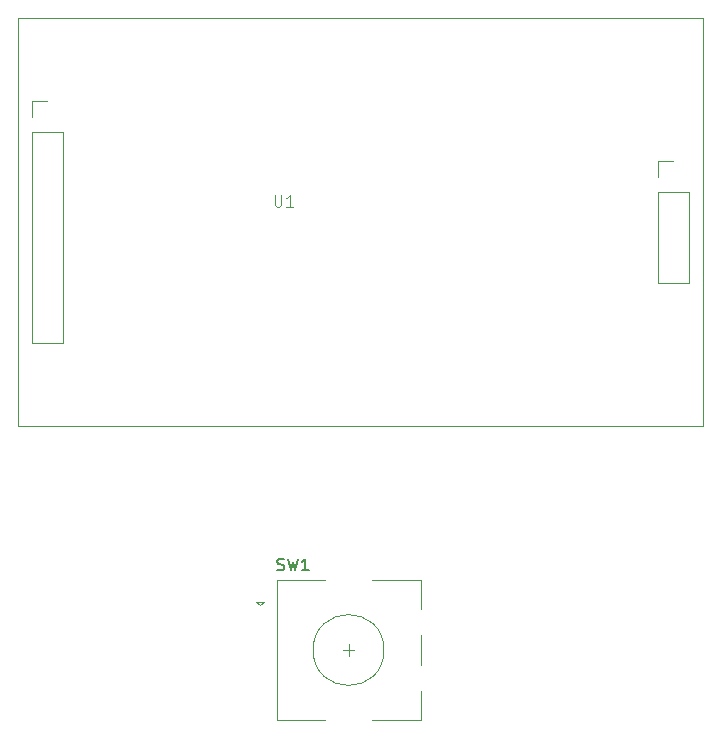
<source format=gbr>
%TF.GenerationSoftware,KiCad,Pcbnew,8.0.7-8.0.7-0~ubuntu22.04.1*%
%TF.CreationDate,2024-12-11T16:36:01+08:00*%
%TF.ProjectId,SmartClock,536d6172-7443-46c6-9f63-6b2e6b696361,rev?*%
%TF.SameCoordinates,Original*%
%TF.FileFunction,Legend,Top*%
%TF.FilePolarity,Positive*%
%FSLAX46Y46*%
G04 Gerber Fmt 4.6, Leading zero omitted, Abs format (unit mm)*
G04 Created by KiCad (PCBNEW 8.0.7-8.0.7-0~ubuntu22.04.1) date 2024-12-11 16:36:01*
%MOMM*%
%LPD*%
G01*
G04 APERTURE LIST*
%ADD10C,0.100000*%
%ADD11C,0.150000*%
%ADD12C,0.120000*%
G04 APERTURE END LIST*
D10*
X121728095Y-74457419D02*
X121728095Y-75266942D01*
X121728095Y-75266942D02*
X121775714Y-75362180D01*
X121775714Y-75362180D02*
X121823333Y-75409800D01*
X121823333Y-75409800D02*
X121918571Y-75457419D01*
X121918571Y-75457419D02*
X122109047Y-75457419D01*
X122109047Y-75457419D02*
X122204285Y-75409800D01*
X122204285Y-75409800D02*
X122251904Y-75362180D01*
X122251904Y-75362180D02*
X122299523Y-75266942D01*
X122299523Y-75266942D02*
X122299523Y-74457419D01*
X123299523Y-75457419D02*
X122728095Y-75457419D01*
X123013809Y-75457419D02*
X123013809Y-74457419D01*
X123013809Y-74457419D02*
X122918571Y-74600276D01*
X122918571Y-74600276D02*
X122823333Y-74695514D01*
X122823333Y-74695514D02*
X122728095Y-74743133D01*
D11*
X121966667Y-106207200D02*
X122109524Y-106254819D01*
X122109524Y-106254819D02*
X122347619Y-106254819D01*
X122347619Y-106254819D02*
X122442857Y-106207200D01*
X122442857Y-106207200D02*
X122490476Y-106159580D01*
X122490476Y-106159580D02*
X122538095Y-106064342D01*
X122538095Y-106064342D02*
X122538095Y-105969104D01*
X122538095Y-105969104D02*
X122490476Y-105873866D01*
X122490476Y-105873866D02*
X122442857Y-105826247D01*
X122442857Y-105826247D02*
X122347619Y-105778628D01*
X122347619Y-105778628D02*
X122157143Y-105731009D01*
X122157143Y-105731009D02*
X122061905Y-105683390D01*
X122061905Y-105683390D02*
X122014286Y-105635771D01*
X122014286Y-105635771D02*
X121966667Y-105540533D01*
X121966667Y-105540533D02*
X121966667Y-105445295D01*
X121966667Y-105445295D02*
X122014286Y-105350057D01*
X122014286Y-105350057D02*
X122061905Y-105302438D01*
X122061905Y-105302438D02*
X122157143Y-105254819D01*
X122157143Y-105254819D02*
X122395238Y-105254819D01*
X122395238Y-105254819D02*
X122538095Y-105302438D01*
X122871429Y-105254819D02*
X123109524Y-106254819D01*
X123109524Y-106254819D02*
X123300000Y-105540533D01*
X123300000Y-105540533D02*
X123490476Y-106254819D01*
X123490476Y-106254819D02*
X123728572Y-105254819D01*
X124633333Y-106254819D02*
X124061905Y-106254819D01*
X124347619Y-106254819D02*
X124347619Y-105254819D01*
X124347619Y-105254819D02*
X124252381Y-105397676D01*
X124252381Y-105397676D02*
X124157143Y-105492914D01*
X124157143Y-105492914D02*
X124061905Y-105540533D01*
D12*
%TO.C,U1*%
X101160000Y-66530000D02*
X102490000Y-66530000D01*
X101160000Y-67860000D02*
X101160000Y-66530000D01*
X101160000Y-69130000D02*
X101160000Y-86970000D01*
X101160000Y-69130000D02*
X103820000Y-69130000D01*
X101160000Y-86970000D02*
X103820000Y-86970000D01*
X103820000Y-69130000D02*
X103820000Y-86970000D01*
X154160000Y-71610000D02*
X155490000Y-71610000D01*
X154160000Y-72940000D02*
X154160000Y-71610000D01*
X154160000Y-74210000D02*
X154160000Y-81890000D01*
X154160000Y-74210000D02*
X156820000Y-74210000D01*
X154160000Y-81890000D02*
X156820000Y-81890000D01*
X156820000Y-74210000D02*
X156820000Y-81890000D01*
D10*
X99990000Y-59500000D02*
X157990000Y-59500000D01*
X157990000Y-94000000D01*
X99990000Y-94000000D01*
X99990000Y-59500000D01*
D12*
%TO.C,SW1*%
X120200000Y-108900000D02*
X120800000Y-108900000D01*
X120500000Y-109200000D02*
X120200000Y-108900000D01*
X120800000Y-108900000D02*
X120500000Y-109200000D01*
X121900000Y-107100000D02*
X121900000Y-118900000D01*
X126000000Y-107100000D02*
X121900000Y-107100000D01*
X126000000Y-118900000D02*
X121900000Y-118900000D01*
X127500000Y-113000000D02*
X128500000Y-113000000D01*
X128000000Y-112500000D02*
X128000000Y-113500000D01*
X130000000Y-107100000D02*
X134100000Y-107100000D01*
X134100000Y-107100000D02*
X134100000Y-109500000D01*
X134100000Y-111700000D02*
X134100000Y-114300000D01*
X134100000Y-116500000D02*
X134100000Y-118900000D01*
X134100000Y-118900000D02*
X130000000Y-118900000D01*
X131000000Y-113000000D02*
G75*
G02*
X125000000Y-113000000I-3000000J0D01*
G01*
X125000000Y-113000000D02*
G75*
G02*
X131000000Y-113000000I3000000J0D01*
G01*
%TD*%
M02*

</source>
